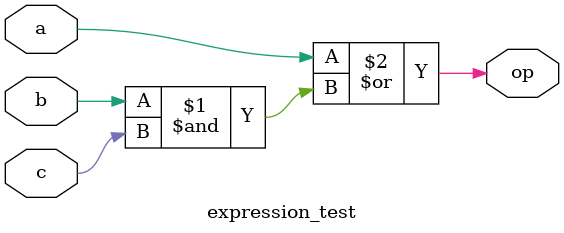
<source format=v>
module expression_test(input a, b, c, output op);
	
	wire x1, x2;
	
	// A + B . C
	assign op = a|b&c;
	
	// A' . B + C' . B
	//assign op = ~ a & b | ~ c & b;
	
	// (X + Y) Z'
	//xor (op, a|b, c);
	
	and(x1, a, b);
	xor(x2, a, c);
	//xnor(op, x1, x2);

endmodule

</source>
